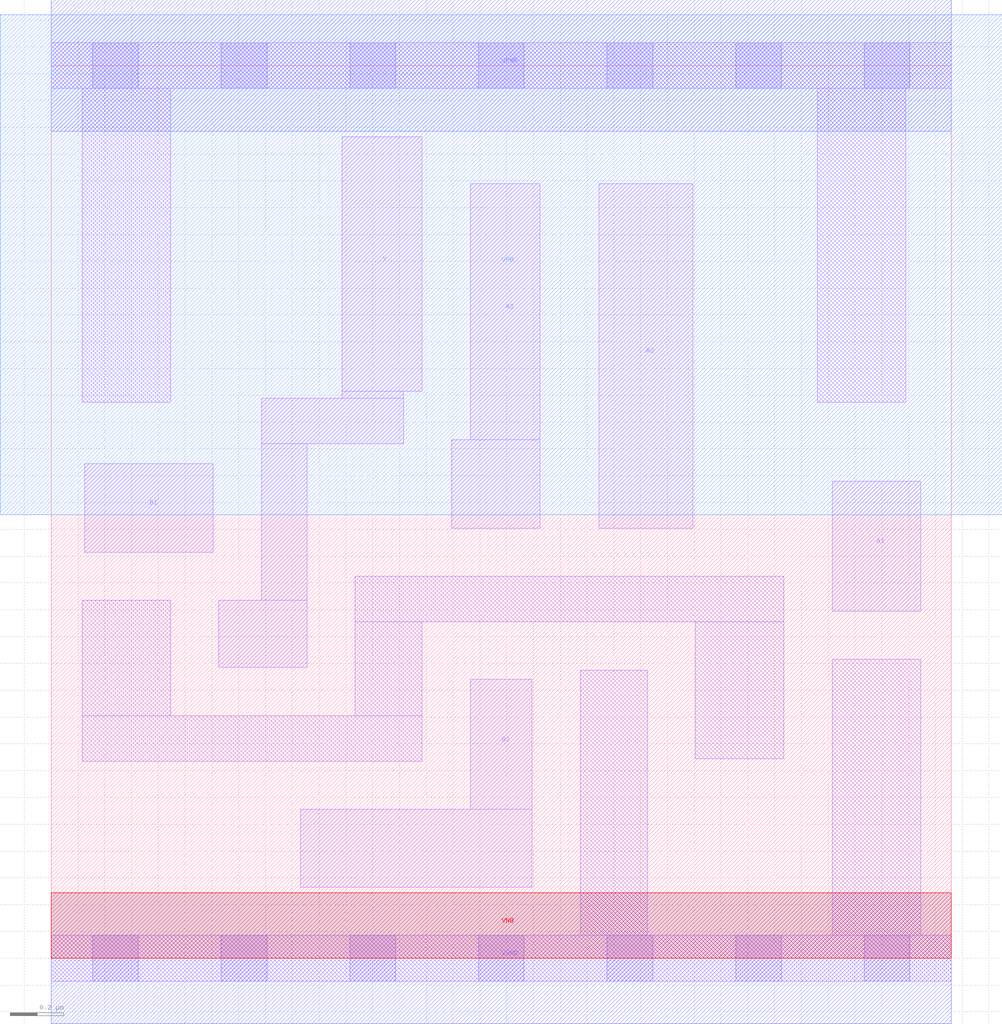
<source format=lef>
# Copyright 2020 The SkyWater PDK Authors
#
# Licensed under the Apache License, Version 2.0 (the "License");
# you may not use this file except in compliance with the License.
# You may obtain a copy of the License at
#
#     https://www.apache.org/licenses/LICENSE-2.0
#
# Unless required by applicable law or agreed to in writing, software
# distributed under the License is distributed on an "AS IS" BASIS,
# WITHOUT WARRANTIES OR CONDITIONS OF ANY KIND, either express or implied.
# See the License for the specific language governing permissions and
# limitations under the License.
#
# SPDX-License-Identifier: Apache-2.0

VERSION 5.7 ;
  NOWIREEXTENSIONATPIN ON ;
  DIVIDERCHAR "/" ;
  BUSBITCHARS "[]" ;
MACRO sky130_fd_sc_lp__o32ai_lp
  CLASS CORE ;
  FOREIGN sky130_fd_sc_lp__o32ai_lp ;
  ORIGIN  0.000000  0.000000 ;
  SIZE  3.360000 BY  3.330000 ;
  SYMMETRY X Y R90 ;
  SITE unit ;
  PIN A1
    ANTENNAGATEAREA  0.313000 ;
    DIRECTION INPUT ;
    USE SIGNAL ;
    PORT
      LAYER li1 ;
        RECT 2.915000 1.295000 3.245000 1.780000 ;
    END
  END A1
  PIN A2
    ANTENNAGATEAREA  0.313000 ;
    DIRECTION INPUT ;
    USE SIGNAL ;
    PORT
      LAYER li1 ;
        RECT 2.045000 1.605000 2.395000 2.890000 ;
    END
  END A2
  PIN A3
    ANTENNAGATEAREA  0.313000 ;
    DIRECTION INPUT ;
    USE SIGNAL ;
    PORT
      LAYER li1 ;
        RECT 1.495000 1.605000 1.825000 1.935000 ;
        RECT 1.565000 1.935000 1.825000 2.890000 ;
    END
  END A3
  PIN B1
    ANTENNAGATEAREA  0.313000 ;
    DIRECTION INPUT ;
    USE SIGNAL ;
    PORT
      LAYER li1 ;
        RECT 0.125000 1.515000 0.605000 1.845000 ;
    END
  END B1
  PIN B2
    ANTENNAGATEAREA  0.313000 ;
    DIRECTION INPUT ;
    USE SIGNAL ;
    PORT
      LAYER li1 ;
        RECT 0.930000 0.265000 1.795000 0.555000 ;
        RECT 1.565000 0.555000 1.795000 1.040000 ;
    END
  END B2
  PIN Y
    ANTENNADIFFAREA  0.397600 ;
    DIRECTION OUTPUT ;
    USE SIGNAL ;
    PORT
      LAYER li1 ;
        RECT 0.625000 1.085000 0.955000 1.335000 ;
        RECT 0.785000 1.335000 0.955000 1.920000 ;
        RECT 0.785000 1.920000 1.315000 2.090000 ;
        RECT 1.085000 2.090000 1.315000 2.115000 ;
        RECT 1.085000 2.115000 1.385000 3.065000 ;
    END
  END Y
  PIN VGND
    DIRECTION INOUT ;
    USE GROUND ;
    PORT
      LAYER met1 ;
        RECT 0.000000 -0.245000 3.360000 0.245000 ;
    END
  END VGND
  PIN VNB
    DIRECTION INOUT ;
    USE GROUND ;
    PORT
      LAYER pwell ;
        RECT 0.000000 0.000000 3.360000 0.245000 ;
    END
  END VNB
  PIN VPB
    DIRECTION INOUT ;
    USE POWER ;
    PORT
      LAYER nwell ;
        RECT -0.190000 1.655000 3.550000 3.520000 ;
    END
  END VPB
  PIN VPWR
    DIRECTION INOUT ;
    USE POWER ;
    PORT
      LAYER met1 ;
        RECT 0.000000 3.085000 3.360000 3.575000 ;
    END
  END VPWR
  OBS
    LAYER li1 ;
      RECT 0.000000 -0.085000 3.360000 0.085000 ;
      RECT 0.000000  3.245000 3.360000 3.415000 ;
      RECT 0.115000  0.735000 1.385000 0.905000 ;
      RECT 0.115000  0.905000 0.445000 1.335000 ;
      RECT 0.115000  2.075000 0.445000 3.245000 ;
      RECT 1.135000  0.905000 1.385000 1.255000 ;
      RECT 1.135000  1.255000 2.735000 1.425000 ;
      RECT 1.975000  0.085000 2.225000 1.075000 ;
      RECT 2.405000  0.745000 2.735000 1.255000 ;
      RECT 2.860000  2.075000 3.190000 3.245000 ;
      RECT 2.915000  0.085000 3.245000 1.115000 ;
    LAYER mcon ;
      RECT 0.155000 -0.085000 0.325000 0.085000 ;
      RECT 0.155000  3.245000 0.325000 3.415000 ;
      RECT 0.635000 -0.085000 0.805000 0.085000 ;
      RECT 0.635000  3.245000 0.805000 3.415000 ;
      RECT 1.115000 -0.085000 1.285000 0.085000 ;
      RECT 1.115000  3.245000 1.285000 3.415000 ;
      RECT 1.595000 -0.085000 1.765000 0.085000 ;
      RECT 1.595000  3.245000 1.765000 3.415000 ;
      RECT 2.075000 -0.085000 2.245000 0.085000 ;
      RECT 2.075000  3.245000 2.245000 3.415000 ;
      RECT 2.555000 -0.085000 2.725000 0.085000 ;
      RECT 2.555000  3.245000 2.725000 3.415000 ;
      RECT 3.035000 -0.085000 3.205000 0.085000 ;
      RECT 3.035000  3.245000 3.205000 3.415000 ;
  END
END sky130_fd_sc_lp__o32ai_lp
END LIBRARY

</source>
